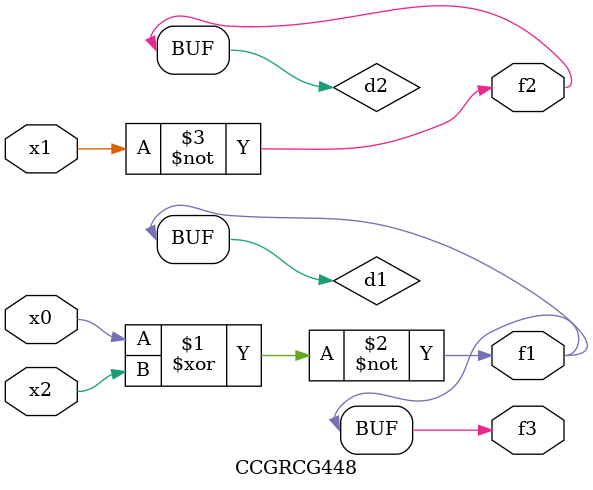
<source format=v>
module CCGRCG448(
	input x0, x1, x2,
	output f1, f2, f3
);

	wire d1, d2, d3;

	xnor (d1, x0, x2);
	nand (d2, x1);
	nor (d3, x1, x2);
	assign f1 = d1;
	assign f2 = d2;
	assign f3 = d1;
endmodule

</source>
